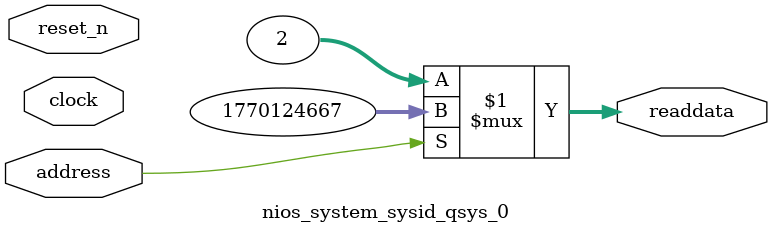
<source format=v>



// synthesis translate_off
`timescale 1ns / 1ps
// synthesis translate_on

// turn off superfluous verilog processor warnings 
// altera message_level Level1 
// altera message_off 10034 10035 10036 10037 10230 10240 10030 

module nios_system_sysid_qsys_0 (
               // inputs:
                address,
                clock,
                reset_n,

               // outputs:
                readdata
             )
;

  output  [ 31: 0] readdata;
  input            address;
  input            clock;
  input            reset_n;

  wire    [ 31: 0] readdata;
  //control_slave, which is an e_avalon_slave
  assign readdata = address ? 1770124667 : 2;

endmodule



</source>
